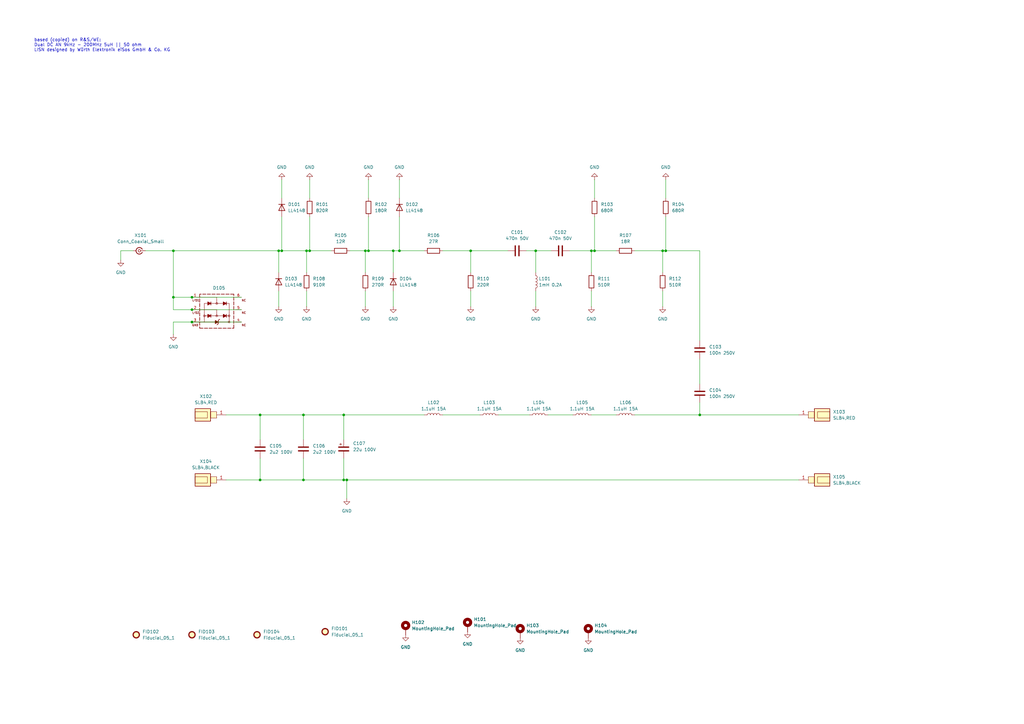
<source format=kicad_sch>
(kicad_sch (version 20231120) (generator "eeschema") (generator_version "8.0")
  (paper "A3")
  (title_block (title "LISN 5uH single channel") (date "2024-11-14") (rev "1") (company "BT") (comment 1 "BT_0002-00001"))
  (lib_symbols
    (symbol "Connector:Conn_Coaxial_Small" (pin_numbers hide) (pin_names (offset 1.016) hide)
      (property "Reference" "J" (at 0.254 3.048 0))
      (property "Value" "Conn_Coaxial_Small" (at 0 -3.81 0))
      (symbol "Conn_Coaxial_Small_0_1"
        (polyline (pts (xy -2.54 0) (xy -0.508 0)))
        (circle (center 0 0) (radius 0.508) (stroke (width 0.2032)))
      )
      (symbol "Conn_Coaxial_Small_1_1"
        (arc (start -1.1916 -0.6311) (mid 0.327 -1.3081) (end 1.3484 0.0039) (stroke (width 0.3048)))
        (arc (start 1.3484 -0.0039) (mid 0.327 1.3081) (end -1.1916 0.6311) (stroke (width 0.3048)))
        (pin passive line (at -2.54 0 0) (length 1.27) (name "In") (number "1"))
        (pin passive line (at 2.54 0 180) (length 1.27) (name "Ext") (number "2"))
      )
    )
    (symbol "Mechanical:MountingHole_Pad" (pin_numbers hide) (pin_names (offset 1.016) hide) (exclude_from_sim yes) (in_bom no)
      (property "Reference" "H" (at 0 6.35 0))
      (property "Value" "MountingHole_Pad" (at 0 4.445 0))
      (symbol "MountingHole_Pad_0_1"
        (circle (center 0 1.27) (radius 1.27) (stroke (width 1.27)))
      )
      (symbol "MountingHole_Pad_1_1"
        (pin input line (at 0 -2.54 90) (length 2.54) (name "1") (number "1"))
      )
    )
    (symbol "bt_ESD_protection:WE-TVS-SS_DFN1210-6L_824012823" (pin_names (offset 1.016))
      (property "Reference" "D" (at 0 7.62 0))
      (symbol "WE-TVS-SS_DFN1210-6L_824012823_0_0"
        (circle (center -5.08 -2.54) (radius 0.381))
        (circle (center 0 -2.54) (radius 0.381))
        (polyline (pts (xy -6.985 -7.62) (xy -5.6243 -7.62)) (stroke (width 0.254)))
        (polyline (pts (xy -6.985 -6.985) (xy -6.985 -7.62)) (stroke (width 0.254)))
        (polyline (pts (xy -6.985 -5.08) (xy -6.985 -6.4407)) (stroke (width 0.254)))
        (polyline (pts (xy -6.985 -3.175) (xy -6.985 -4.5357)) (stroke (width 0.254)))
        (polyline (pts (xy -6.985 -1.27) (xy -6.985 -2.6307)) (stroke (width 0.254)))
        (polyline (pts (xy -6.985 0.635) (xy -6.985 -0.7257)) (stroke (width 0.254)))
        (polyline (pts (xy -6.985 2.54) (xy -6.985 1.1793)) (stroke (width 0.254)))
        (polyline (pts (xy -6.985 4.445) (xy -6.985 3.0843)) (stroke (width 0.254)))
        (polyline (pts (xy -6.985 6.35) (xy -6.985 4.9893)) (stroke (width 0.254)))
        (polyline (pts (xy -6.35 6.35) (xy -6.985 6.35)) (stroke (width 0.254)))
        (polyline (pts (xy -5.08 -7.62) (xy -3.7193 -7.62)) (stroke (width 0.254)))
        (polyline (pts (xy -5.08 -5.08) (xy -7.62 -5.08)) (stroke (width 0.1524)))
        (polyline (pts (xy -5.08 -5.08) (xy -5.08 2.54)) (stroke (width 0.1524)))
        (polyline (pts (xy -5.08 -5.08) (xy 5.08 -5.08)) (stroke (width 0.1524)))
        (polyline (pts (xy -4.445 6.35) (xy -5.8057 6.35)) (stroke (width 0.254)))
        (polyline (pts (xy -3.81 -2.54) (xy -5.08 -2.54)) (stroke (width 0.1524)))
        (polyline (pts (xy -3.81 2.54) (xy -5.08 2.54)) (stroke (width 0.1524)))
        (polyline (pts (xy -3.175 -7.62) (xy -1.8143 -7.62)) (stroke (width 0.254)))
        (polyline (pts (xy -2.54 6.35) (xy -3.9007 6.35)) (stroke (width 0.254)))
        (polyline (pts (xy -2.413 -3.175) (xy -2.413 -1.905)) (stroke (width 0.254)))
        (polyline (pts (xy -2.413 1.905) (xy -2.413 2.54)) (stroke (width 0.254)))
        (polyline (pts (xy -2.413 2.54) (xy -2.413 3.175)) (stroke (width 0.254)))
        (polyline (pts (xy -1.27 -7.62) (xy 0.0907 -7.62)) (stroke (width 0.254)))
        (polyline (pts (xy -0.635 6.35) (xy -1.9957 6.35)) (stroke (width 0.254)))
        (polyline (pts (xy 0 -2.54) (xy -2.54 -2.54)) (stroke (width 0.1524)))
        (polyline (pts (xy 0 -2.54) (xy 0 0)) (stroke (width 0.1524)))
        (polyline (pts (xy 0 0) (xy -7.62 0)) (stroke (width 0.1524)))
        (polyline (pts (xy 0 2.54) (xy -2.413 2.54)) (stroke (width 0.1524)))
        (polyline (pts (xy 0 2.54) (xy 0 5.08)) (stroke (width 0.1524)))
        (polyline (pts (xy 0 5.08) (xy -7.62 5.08)) (stroke (width 0.1524)))
        (polyline (pts (xy 0.635 -7.62) (xy 1.9957 -7.62)) (stroke (width 0.254)))
        (polyline (pts (xy 0.635 -5.715) (xy 0.127 -6.223)) (stroke (width 0.254)))
        (polyline (pts (xy 0.635 -5.715) (xy 0.635 -4.445)) (stroke (width 0.254)))
        (polyline (pts (xy 0.635 -4.445) (xy 1.143 -3.937)) (stroke (width 0.254)))
        (polyline (pts (xy 1.27 6.35) (xy -0.0907 6.35)) (stroke (width 0.254)))
        (polyline (pts (xy 2.54 -7.62) (xy 3.9007 -7.62)) (stroke (width 0.254)))
        (polyline (pts (xy 2.54 -2.54) (xy 0 -2.54)) (stroke (width 0.1524)))
        (polyline (pts (xy 2.54 2.54) (xy 0 2.54)) (stroke (width 0.1524)))
        (polyline (pts (xy 3.175 6.35) (xy 1.8143 6.35)) (stroke (width 0.254)))
        (polyline (pts (xy 3.81 -2.54) (xy 5.08 -2.54)) (stroke (width 0.1524)))
        (polyline (pts (xy 3.937 -3.175) (xy 3.937 -1.905)) (stroke (width 0.254)))
        (polyline (pts (xy 3.937 1.905) (xy 3.937 2.54)) (stroke (width 0.254)))
        (polyline (pts (xy 3.937 2.54) (xy 3.937 3.175)) (stroke (width 0.254)))
        (polyline (pts (xy 3.937 2.54) (xy 5.08 2.54)) (stroke (width 0.1524)))
        (polyline (pts (xy 4.445 -7.62) (xy 5.8057 -7.62)) (stroke (width 0.254)))
        (polyline (pts (xy 5.08 -5.08) (xy 5.08 2.54)) (stroke (width 0.1524)))
        (polyline (pts (xy 5.08 6.35) (xy 3.7193 6.35)) (stroke (width 0.254)))
        (polyline (pts (xy 6.35 -7.62) (xy 6.985 -7.62)) (stroke (width 0.254)))
        (polyline (pts (xy 6.985 -7.62) (xy 6.985 -6.2593)) (stroke (width 0.254)))
        (polyline (pts (xy 6.985 -5.715) (xy 6.985 -4.3543)) (stroke (width 0.254)))
        (polyline (pts (xy 6.985 -3.81) (xy 6.985 -2.4493)) (stroke (width 0.254)))
        (polyline (pts (xy 6.985 -1.905) (xy 6.985 -0.5443)) (stroke (width 0.254)))
        (polyline (pts (xy 6.985 0) (xy 6.985 1.3607)) (stroke (width 0.254)))
        (polyline (pts (xy 6.985 1.905) (xy 6.985 3.2657)) (stroke (width 0.254)))
        (polyline (pts (xy 6.985 3.81) (xy 6.985 5.1707)) (stroke (width 0.254)))
        (polyline (pts (xy 6.985 5.715) (xy 6.985 6.35)) (stroke (width 0.254)))
        (polyline (pts (xy 6.985 6.35) (xy 5.6243 6.35)) (stroke (width 0.254)))
        (polyline (pts (xy -3.683 -3.175) (xy -2.413 -2.54) (xy -3.683 -1.905) (xy -3.683 -3.175)) (stroke (width 0.254)) (fill (type outline)))
        (polyline (pts (xy -3.683 1.905) (xy -2.413 2.54) (xy -3.683 3.175) (xy -3.683 1.905)) (stroke (width 0.254)) (fill (type outline)))
        (polyline (pts (xy -0.635 -5.715) (xy 0.635 -5.08) (xy -0.635 -4.445) (xy -0.635 -5.715)) (stroke (width 0.254)) (fill (type outline)))
        (polyline (pts (xy 2.667 -3.175) (xy 3.937 -2.54) (xy 2.667 -1.905) (xy 2.667 -3.175)) (stroke (width 0.254)) (fill (type outline)))
        (polyline (pts (xy 2.667 1.905) (xy 3.937 2.54) (xy 2.667 3.175) (xy 2.667 1.905)) (stroke (width 0.254)) (fill (type outline)))
        (circle (center 0 2.54) (radius 0.381))
        (circle (center 5.08 -5.08) (radius 0.381))
        (circle (center 5.08 -2.54) (radius 0.381))
        (text "GND" (at -10.16 -6.35 0) (effects (font (size 0.8128 0.8128)) (justify left)))
        (text "I/O1" (at -10.16 3.81 0) (effects (font (size 0.8128 0.8128)) (justify left)))
        (text "I/O2" (at -10.16 -1.27 0) (effects (font (size 0.8128 0.8128)) (justify left)))
        (text "NC" (at 10.16 -6.35 0) (effects (font (size 0.8128 0.8128)) (justify left)))
        (text "NC" (at 10.16 -1.27 0) (effects (font (size 0.8128 0.8128)) (justify left)))
        (text "NC" (at 10.16 3.81 0) (effects (font (size 0.8128 0.8128)) (justify left)))
        (pin passive line (at -10.16 5.08 0) (length 2.54) (name "~") (number "1"))
        (pin passive line (at -10.16 0 0) (length 2.54) (name "~") (number "2"))
        (pin passive line (at -10.16 -5.08 0) (length 2.54) (name "~") (number "3"))
        (pin passive line (at 10.16 -5.08 180) (length 2.54) (name "~") (number "4"))
        (pin passive line (at 10.16 0 180) (length 2.54) (name "~") (number "5"))
        (pin passive line (at 10.16 5.08 180) (length 2.54) (name "~") (number "6"))
      )
    )
    (symbol "bt_Inductors:L;1.1uH;15A;3m;S;7050" (pin_numbers hide) (pin_names (offset 1.016) hide)
      (property "Reference" "L" (at -1.27 0 90))
      (property "Value" "1.1uH 15A" (at 1.905 0 90))
      (symbol "L;1.1uH;15A;3m;S;7050_0_1"
        (arc (start 0 -2.54) (mid 0.6323 -1.905) (end 0 -1.27))
        (arc (start 0 -1.27) (mid 0.6323 -0.635) (end 0 0))
        (arc (start 0 0) (mid 0.6323 0.635) (end 0 1.27))
        (arc (start 0 1.27) (mid 0.6323 1.905) (end 0 2.54))
      )
      (symbol "L;1.1uH;15A;3m;S;7050_1_1"
        (pin passive line (at 0 3.81 270) (length 1.27) (name "1") (number "1"))
        (pin passive line (at 0 -3.81 90) (length 1.27) (name "2") (number "2"))
      )
    )
    (symbol "bt_Inductors:L;1mH;0.2A;6;S;5040" (pin_numbers hide) (pin_names (offset 1.016) hide)
      (property "Reference" "L" (at -1.27 0 90))
      (property "Value" "1mH 0.2A" (at 1.905 0 90))
      (symbol "L;1mH;0.2A;6;S;5040_0_1"
        (arc (start 0 -2.54) (mid 0.6323 -1.905) (end 0 -1.27))
        (arc (start 0 -1.27) (mid 0.6323 -0.635) (end 0 0))
        (arc (start 0 0) (mid 0.6323 0.635) (end 0 1.27))
        (arc (start 0 1.27) (mid 0.6323 1.905) (end 0 2.54))
      )
      (symbol "L;1mH;0.2A;6;S;5040_1_1"
        (pin passive line (at 0 3.81 270) (length 1.27) (name "1") (number "1"))
        (pin passive line (at 0 -3.81 90) (length 1.27) (name "2") (number "2"))
      )
    )
    (symbol "bt_capacitor:C;E;22u;10p;100V;S;8x10.5" (pin_numbers hide) (pin_names (offset 0.254))
      (property "Reference" "C" (at 0.635 2.54 0))
      (property "Value" "22u 100V" (at 4.635 -2.54 0))
      (symbol "C;E;22u;10p;100V;S;8x10.5_0_1"
        (polyline (pts (xy -2.032 -0.762) (xy 2.032 -0.762)) (stroke (width 0.508)))
        (polyline (pts (xy -2.032 0.762) (xy 2.032 0.762)) (stroke (width 0.508)))
      )
      (symbol "C;E;22u;10p;100V;S;8x10.5_1_1"
        (text "+" (at -1.27 2.032 0) (effects (font (size 1.27 1.27))))
        (pin passive line (at 0 3.81 270) (length 2.794) (name "~") (number "1"))
        (pin passive line (at 0 -3.81 90) (length 2.794) (name "~") (number "2"))
      )
    )
    (symbol "bt_capacitor:C;M;100n;10p;250V;S;1206" (pin_numbers hide) (pin_names (offset 0.254))
      (property "Reference" "C" (at 0.635 2.54 0))
      (property "Value" "100n 250V" (at 4.635 -2.54 0))
      (symbol "C;M;100n;10p;250V;S;1206_0_1"
        (polyline (pts (xy -2.032 -0.762) (xy 2.032 -0.762)) (stroke (width 0.508)))
        (polyline (pts (xy -2.032 0.762) (xy 2.032 0.762)) (stroke (width 0.508)))
      )
      (symbol "C;M;100n;10p;250V;S;1206_1_1"
        (pin passive line (at 0 3.81 270) (length 2.794) (name "~") (number "1"))
        (pin passive line (at 0 -3.81 90) (length 2.794) (name "~") (number "2"))
      )
    )
    (symbol "bt_capacitor:C;M;2u2;10p;100V;S;1210" (pin_numbers hide) (pin_names (offset 0.254))
      (property "Reference" "C" (at 0.635 2.54 0))
      (property "Value" "2u2 100V" (at 4.635 -2.54 0))
      (symbol "C;M;2u2;10p;100V;S;1210_0_1"
        (polyline (pts (xy -2.032 -0.762) (xy 2.032 -0.762)) (stroke (width 0.508)))
        (polyline (pts (xy -2.032 0.762) (xy 2.032 0.762)) (stroke (width 0.508)))
      )
      (symbol "C;M;2u2;10p;100V;S;1210_1_1"
        (pin passive line (at 0 3.81 270) (length 2.794) (name "~") (number "1"))
        (pin passive line (at 0 -3.81 90) (length 2.794) (name "~") (number "2"))
      )
    )
    (symbol "bt_capacitor:C;M;470n;10p;50V;S;0805" (pin_numbers hide) (pin_names (offset 0.254))
      (property "Reference" "C" (at 0.635 2.54 0))
      (property "Value" "470n 50V" (at 4.635 -2.54 0))
      (symbol "C;M;470n;10p;50V;S;0805_0_1"
        (polyline (pts (xy -2.032 -0.762) (xy 2.032 -0.762)) (stroke (width 0.508)))
        (polyline (pts (xy -2.032 0.762) (xy 2.032 0.762)) (stroke (width 0.508)))
      )
      (symbol "C;M;470n;10p;50V;S;0805_1_1"
        (pin passive line (at 0 3.81 270) (length 2.794) (name "~") (number "1"))
        (pin passive line (at 0 -3.81 90) (length 2.794) (name "~") (number "2"))
      )
    )
    (symbol "bt_connector:M;SLB4;01;B;6x6" (pin_names (offset 1.016) hide)
      (property "Reference" "X" (at 0.254 3.556 0))
      (property "Value" "SLB4,BLACK" (at 0 -5.08 0))
      (symbol "M;SLB4;01;B;6x6_1_1"
        (rectangle (start -2.54 1.27) (end 0 -1.27) (stroke (width 0.1524)) (fill (type background)))
        (rectangle (start 0 2.54) (end 6.35 -2.54) (stroke (width 0.254)) (fill (type background)))
        (rectangle (start 1.27 1.27) (end 6.35 -1.27) (stroke (width 0.1524)))
        (pin passive line (at -6.35 0 0) (length 3.81) (name "Pin_1") (number "1"))
      )
    )
    (symbol "bt_connector:M;SLB4;01;R;6x6" (pin_names (offset 1.016) hide)
      (property "Reference" "X" (at 0.508 3.556 0))
      (property "Value" "SLB4,RED" (at 0 -5.08 0))
      (symbol "M;SLB4;01;R;6x6_1_1"
        (rectangle (start -2.54 1.27) (end 0 -1.27) (stroke (width 0.1524)) (fill (type background)))
        (rectangle (start 0 2.54) (end 6.35 -2.54) (stroke (width 0.254)) (fill (type background)))
        (rectangle (start 1.27 1.27) (end 6.35 -1.27) (stroke (width 0.1524)))
        (pin passive line (at -6.35 0 0) (length 3.81) (name "Pin_1") (number "1"))
      )
    )
    (symbol "bt_diodes:LL4148" (pin_numbers hide) (pin_names hide)
      (property "Reference" "D" (at 0 2.54 0))
      (property "Value" "LL4148" (at 0 -2.54 0))
      (symbol "LL4148_0_1"
        (polyline (pts (xy -1.27 1.27) (xy -1.27 -1.27)) (stroke (width 0.254)))
        (polyline (pts (xy 1.27 0) (xy -1.27 0)))
        (polyline (pts (xy 1.27 1.27) (xy 1.27 -1.27) (xy -1.27 0) (xy 1.27 1.27)) (stroke (width 0.254)))
      )
      (symbol "LL4148_1_1"
        (pin passive line (at -3.81 0 0) (length 2.54) (name "K") (number "1"))
        (pin passive line (at 3.81 0 180) (length 2.54) (name "A") (number "2"))
      )
    )
    (symbol "bt_misc:Fiducial_0.5mm_Mask1mm" (exclude_from_sim yes) (in_bom no)
      (property "Reference" "FID" (at 0 5.08 0))
      (property "Value" "Fiducial_05_1" (at 0 3.175 0))
      (symbol "Fiducial_0.5mm_Mask1mm_0_1"
        (circle (center 0 0) (radius 1.27) (stroke (width 0.508)) (fill (type background)))
      )
    )
    (symbol "bt_resistors:R;G;12R;10P0;S;0603" (pin_numbers hide) (pin_names (offset 0))
      (property "Reference" "R" (at 2.032 0 90))
      (property "Value" "12R" (at 0 0 90))
      (symbol "R;G;12R;10P0;S;0603_0_1"
        (rectangle (start -1.016 -2.54) (end 1.016 2.54) (stroke (width 0.254)))
      )
      (symbol "R;G;12R;10P0;S;0603_1_1"
        (pin passive line (at 0 3.81 270) (length 1.27) (name "~") (number "1"))
        (pin passive line (at 0 -3.81 90) (length 1.27) (name "~") (number "2"))
      )
    )
    (symbol "bt_resistors:R;G;180R;10P0;S;0603" (pin_numbers hide) (pin_names (offset 0))
      (property "Reference" "R" (at 2.032 0 90))
      (property "Value" "180R" (at 0 0 90))
      (symbol "R;G;180R;10P0;S;0603_0_1"
        (rectangle (start -1.016 -2.54) (end 1.016 2.54) (stroke (width 0.254)))
      )
      (symbol "R;G;180R;10P0;S;0603_1_1"
        (pin passive line (at 0 3.81 270) (length 1.27) (name "~") (number "1"))
        (pin passive line (at 0 -3.81 90) (length 1.27) (name "~") (number "2"))
      )
    )
    (symbol "bt_resistors:R;G;18R;10P0;S;0603" (pin_numbers hide) (pin_names (offset 0))
      (property "Reference" "R" (at 2.032 0 90))
      (property "Value" "18R" (at 0 0 90))
      (symbol "R;G;18R;10P0;S;0603_0_1"
        (rectangle (start -1.016 -2.54) (end 1.016 2.54) (stroke (width 0.254)))
      )
      (symbol "R;G;18R;10P0;S;0603_1_1"
        (pin passive line (at 0 3.81 270) (length 1.27) (name "~") (number "1"))
        (pin passive line (at 0 -3.81 90) (length 1.27) (name "~") (number "2"))
      )
    )
    (symbol "bt_resistors:R;G;220R;10P0;S;0603" (pin_numbers hide) (pin_names (offset 0))
      (property "Reference" "R" (at 2.032 0 90))
      (property "Value" "220R" (at 0 0 90))
      (symbol "R;G;220R;10P0;S;0603_0_1"
        (rectangle (start -1.016 -2.54) (end 1.016 2.54) (stroke (width 0.254)))
      )
      (symbol "R;G;220R;10P0;S;0603_1_1"
        (pin passive line (at 0 3.81 270) (length 1.27) (name "~") (number "1"))
        (pin passive line (at 0 -3.81 90) (length 1.27) (name "~") (number "2"))
      )
    )
    (symbol "bt_resistors:R;G;270R;10P0;S;0603" (pin_numbers hide) (pin_names (offset 0))
      (property "Reference" "R" (at 2.032 0 90))
      (property "Value" "270R" (at 0 0 90))
      (symbol "R;G;270R;10P0;S;0603_0_1"
        (rectangle (start -1.016 -2.54) (end 1.016 2.54) (stroke (width 0.254)))
      )
      (symbol "R;G;270R;10P0;S;0603_1_1"
        (pin passive line (at 0 3.81 270) (length 1.27) (name "~") (number "1"))
        (pin passive line (at 0 -3.81 90) (length 1.27) (name "~") (number "2"))
      )
    )
    (symbol "bt_resistors:R;G;27R;10P0;S;0603" (pin_numbers hide) (pin_names (offset 0))
      (property "Reference" "R" (at 2.032 0 90))
      (property "Value" "27R" (at 0 0 90))
      (symbol "R;G;27R;10P0;S;0603_0_1"
        (rectangle (start -1.016 -2.54) (end 1.016 2.54) (stroke (width 0.254)))
      )
      (symbol "R;G;27R;10P0;S;0603_1_1"
        (pin passive line (at 0 3.81 270) (length 1.27) (name "~") (number "1"))
        (pin passive line (at 0 -3.81 90) (length 1.27) (name "~") (number "2"))
      )
    )
    (symbol "bt_resistors:R;G;510R;10P0;S;0603" (pin_numbers hide) (pin_names (offset 0))
      (property "Reference" "R" (at 2.032 0 90))
      (property "Value" "510R" (at 0 0 90))
      (symbol "R;G;510R;10P0;S;0603_0_1"
        (rectangle (start -1.016 -2.54) (end 1.016 2.54) (stroke (width 0.254)))
      )
      (symbol "R;G;510R;10P0;S;0603_1_1"
        (pin passive line (at 0 3.81 270) (length 1.27) (name "~") (number "1"))
        (pin passive line (at 0 -3.81 90) (length 1.27) (name "~") (number "2"))
      )
    )
    (symbol "bt_resistors:R;G;680R;10P0;S;0603" (pin_numbers hide) (pin_names (offset 0))
      (property "Reference" "R" (at 2.032 0 90))
      (property "Value" "680R" (at 0 0 90))
      (symbol "R;G;680R;10P0;S;0603_0_1"
        (rectangle (start -1.016 -2.54) (end 1.016 2.54) (stroke (width 0.254)))
      )
      (symbol "R;G;680R;10P0;S;0603_1_1"
        (pin passive line (at 0 3.81 270) (length 1.27) (name "~") (number "1"))
        (pin passive line (at 0 -3.81 90) (length 1.27) (name "~") (number "2"))
      )
    )
    (symbol "bt_resistors:R;G;820R;10P0;S;0603" (pin_numbers hide) (pin_names (offset 0))
      (property "Reference" "R" (at 2.032 0 90))
      (property "Value" "820R" (at 0 0 90))
      (symbol "R;G;820R;10P0;S;0603_0_1"
        (rectangle (start -1.016 -2.54) (end 1.016 2.54) (stroke (width 0.254)))
      )
      (symbol "R;G;820R;10P0;S;0603_1_1"
        (pin passive line (at 0 3.81 270) (length 1.27) (name "~") (number "1"))
        (pin passive line (at 0 -3.81 90) (length 1.27) (name "~") (number "2"))
      )
    )
    (symbol "bt_resistors:R;G;910R;10P0;S;0603" (pin_numbers hide) (pin_names (offset 0))
      (property "Reference" "R" (at 2.032 0 90))
      (property "Value" "910R" (at 0 0 90))
      (symbol "R;G;910R;10P0;S;0603_0_1"
        (rectangle (start -1.016 -2.54) (end 1.016 2.54) (stroke (width 0.254)))
      )
      (symbol "R;G;910R;10P0;S;0603_1_1"
        (pin passive line (at 0 3.81 270) (length 1.27) (name "~") (number "1"))
        (pin passive line (at 0 -3.81 90) (length 1.27) (name "~") (number "2"))
      )
    )
    (symbol "power:GND" (power) (pin_numbers hide) (pin_names (offset 0) hide)
      (property "Value" "GND" (at 0 -3.81 0))
      (symbol "GND_0_1"
        (polyline (pts (xy 0 0) (xy 0 -1.27) (xy 1.27 -1.27) (xy 0 -2.54) (xy -1.27 -1.27) (xy 0 -1.27)))
      )
      (symbol "GND_1_1"
        (pin power_in line (at 0 0 270) (length 0) (name "~") (number "1"))
      )
    )
  )
  (junction (at 140.97 170.18))
  (junction (at 273.05 102.87))
  (junction (at 114.3 102.87))
  (junction (at 124.46 196.85))
  (junction (at 142.24 196.85))
  (junction (at 78.74 127))
  (junction (at 140.97 196.85))
  (junction (at 242.57 102.87))
  (junction (at 163.83 102.87))
  (junction (at 151.13 102.87))
  (junction (at 106.68 196.85))
  (junction (at 124.46 170.18))
  (junction (at 193.04 102.87))
  (junction (at 161.29 102.87))
  (junction (at 243.84 102.87))
  (junction (at 149.86 102.87))
  (junction (at 115.57 102.87))
  (junction (at 71.12 102.87))
  (junction (at 219.71 102.87))
  (junction (at 127 102.87))
  (junction (at 71.12 121.92))
  (junction (at 287.02 170.18))
  (junction (at 125.73 102.87))
  (junction (at 106.68 170.18))
  (junction (at 271.78 102.87))
  (junction (at 78.74 121.92))
  (junction (at 78.74 132.08))
  (wire (pts (xy 242.57 170.18) (xy 252.73 170.18)))
  (wire (pts (xy 127 73.66) (xy 127 81.28)))
  (wire (pts (xy 181.61 102.87) (xy 193.04 102.87)))
  (wire (pts (xy 260.35 170.18) (xy 287.02 170.18)))
  (wire (pts (xy 71.12 102.87) (xy 114.3 102.87)))
  (wire (pts (xy 161.29 125.73) (xy 161.29 119.38)))
  (wire (pts (xy 140.97 187.96) (xy 140.97 196.85)))
  (wire (pts (xy 71.12 132.08) (xy 71.12 137.16)))
  (wire (pts (xy 161.29 102.87) (xy 163.83 102.87)))
  (wire (pts (xy 273.05 102.87) (xy 287.02 102.87)))
  (wire (pts (xy 142.24 196.85) (xy 327.66 196.85)))
  (wire (pts (xy 149.86 102.87) (xy 149.86 111.76)))
  (wire (pts (xy 49.53 102.87) (xy 49.53 106.68)))
  (wire (pts (xy 125.73 102.87) (xy 125.73 111.76)))
  (wire (pts (xy 114.3 119.38) (xy 114.3 125.73)))
  (wire (pts (xy 271.78 102.87) (xy 271.78 111.76)))
  (wire (pts (xy 140.97 170.18) (xy 173.99 170.18)))
  (wire (pts (xy 124.46 170.18) (xy 140.97 170.18)))
  (wire (pts (xy 149.86 102.87) (xy 151.13 102.87)))
  (wire (pts (xy 59.69 102.87) (xy 71.12 102.87)))
  (wire (pts (xy 260.35 102.87) (xy 271.78 102.87)))
  (wire (pts (xy 143.51 102.87) (xy 149.86 102.87)))
  (wire (pts (xy 125.73 119.38) (xy 125.73 125.73)))
  (wire (pts (xy 287.02 170.18) (xy 327.66 170.18)))
  (wire (pts (xy 71.12 121.92) (xy 78.74 121.92)))
  (wire (pts (xy 215.9 102.87) (xy 219.71 102.87)))
  (wire (pts (xy 242.57 102.87) (xy 243.84 102.87)))
  (wire (pts (xy 163.83 88.9) (xy 163.83 102.87)))
  (wire (pts (xy 271.78 119.38) (xy 271.78 125.73)))
  (wire (pts (xy 115.57 73.66) (xy 115.57 81.28)))
  (wire (pts (xy 78.74 132.08) (xy 99.06 132.08)))
  (wire (pts (xy 151.13 88.9) (xy 151.13 102.87)))
  (wire (pts (xy 243.84 102.87) (xy 252.73 102.87)))
  (wire (pts (xy 78.74 132.08) (xy 71.12 132.08)))
  (wire (pts (xy 149.86 119.38) (xy 149.86 125.73)))
  (wire (pts (xy 219.71 102.87) (xy 226.06 102.87)))
  (wire (pts (xy 124.46 170.18) (xy 124.46 180.34)))
  (wire (pts (xy 125.73 102.87) (xy 127 102.87)))
  (wire (pts (xy 151.13 73.66) (xy 151.13 81.28)))
  (wire (pts (xy 219.71 119.38) (xy 219.71 125.73)))
  (wire (pts (xy 115.57 102.87) (xy 125.73 102.87)))
  (wire (pts (xy 151.13 102.87) (xy 161.29 102.87)))
  (wire (pts (xy 78.74 121.92) (xy 99.06 121.92)))
  (wire (pts (xy 142.24 196.85) (xy 142.24 204.47)))
  (wire (pts (xy 92.71 196.85) (xy 106.68 196.85)))
  (wire (pts (xy 163.83 102.87) (xy 173.99 102.87)))
  (wire (pts (xy 106.68 170.18) (xy 106.68 180.34)))
  (wire (pts (xy 106.68 196.85) (xy 124.46 196.85)))
  (wire (pts (xy 243.84 88.9) (xy 243.84 102.87)))
  (wire (pts (xy 163.83 73.66) (xy 163.83 81.28)))
  (wire (pts (xy 242.57 119.38) (xy 242.57 125.73)))
  (wire (pts (xy 114.3 102.87) (xy 114.3 111.76)))
  (wire (pts (xy 124.46 187.96) (xy 124.46 196.85)))
  (wire (pts (xy 204.47 170.18) (xy 217.17 170.18)))
  (wire (pts (xy 106.68 170.18) (xy 124.46 170.18)))
  (wire (pts (xy 106.68 187.96) (xy 106.68 196.85)))
  (wire (pts (xy 287.02 147.32) (xy 287.02 157.48)))
  (wire (pts (xy 71.12 121.92) (xy 71.12 127)))
  (wire (pts (xy 224.79 170.18) (xy 234.95 170.18)))
  (wire (pts (xy 273.05 73.66) (xy 273.05 81.28)))
  (wire (pts (xy 181.61 170.18) (xy 196.85 170.18)))
  (wire (pts (xy 71.12 102.87) (xy 71.12 121.92)))
  (wire (pts (xy 161.29 111.76) (xy 161.29 102.87)))
  (wire (pts (xy 140.97 196.85) (xy 142.24 196.85)))
  (wire (pts (xy 193.04 119.38) (xy 193.04 125.73)))
  (wire (pts (xy 193.04 102.87) (xy 193.04 111.76)))
  (wire (pts (xy 219.71 102.87) (xy 219.71 111.76)))
  (wire (pts (xy 140.97 170.18) (xy 140.97 180.34)))
  (wire (pts (xy 287.02 102.87) (xy 287.02 139.7)))
  (wire (pts (xy 271.78 102.87) (xy 273.05 102.87)))
  (wire (pts (xy 233.68 102.87) (xy 242.57 102.87)))
  (wire (pts (xy 124.46 196.85) (xy 140.97 196.85)))
  (wire (pts (xy 287.02 165.1) (xy 287.02 170.18)))
  (wire (pts (xy 78.74 127) (xy 99.06 127)))
  (wire (pts (xy 127 102.87) (xy 135.89 102.87)))
  (wire (pts (xy 71.12 127) (xy 78.74 127)))
  (wire (pts (xy 127 88.9) (xy 127 102.87)))
  (wire (pts (xy 54.61 102.87) (xy 49.53 102.87)))
  (wire (pts (xy 243.84 73.66) (xy 243.84 81.28)))
  (wire (pts (xy 114.3 102.87) (xy 115.57 102.87)))
  (wire (pts (xy 273.05 88.9) (xy 273.05 102.87)))
  (wire (pts (xy 242.57 102.87) (xy 242.57 111.76)))
  (wire (pts (xy 193.04 102.87) (xy 208.28 102.87)))
  (wire (pts (xy 92.71 170.18) (xy 106.68 170.18)))
  (wire (pts (xy 115.57 88.9) (xy 115.57 102.87)))
  (text "based (copied) on R&S/WE:\nDual DC AN 9kHz - 200MHz 5uH || 50 ohm\nLISN designed by Würth Elektronik eiSos GmbH & Co. KG" (at 13.97 18.542 0) (effects (font (size 1.27 1.27)) (justify left)))
  (symbol (lib_id "power:GND") (at 271.78 125.73 0) (unit 1)
    (property "Reference" "#PWR0115" (effects (hide yes)))
    (property "Value" "GND" (at 271.78 130.81 0))
    (property "Description" "Power symbol creates a global label with name \"GND\" , ground" (effects (hide yes)))
  )
  (symbol (lib_id "power:GND") (at 71.12 137.16 0) (unit 1)
    (property "Reference" "#PWR0117" (effects (hide yes)))
    (property "Value" "GND" (at 71.12 142.24 0))
    (property "Description" "Power symbol creates a global label with name \"GND\" , ground" (effects (hide yes)))
  )
  (symbol (lib_id "bt_Inductors:L;1.1uH;15A;3m;S;7050") (at 256.54 170.18 90) (unit 1)
    (property "Reference" "L106" (at 256.54 165.1 90))
    (property "Value" "1.1uH 15A" (at 256.54 167.64 90))
    (property "Footprint" "Inductor_SMD:L_Wuerth_HCI-7050" (effects (hide yes)))
    (property "Datasheet" "https://www.we-online.com/components/products/datasheet/744314110.pdf" (effects (hide yes)))
    (property "Description" "Inductor 1.1uH 15A 3m" (effects (hide yes)))
    (property "CPN" "BT00202-00001" (effects (hide yes)))
    (property "MPN" "WE 744314110" (effects (hide yes)))
    (property "SMD" "y" (effects (hide yes)))
  )
  (symbol (lib_id "bt_diodes:LL4148") (at 115.57 85.09 270) (unit 1)
    (property "Reference" "D101" (at 118.11 83.8199 90) (effects (justify left)))
    (property "Value" "LL4148" (at 118.11 86.3599 90) (effects (justify left)))
    (property "Footprint" "Diode_SMD:D_MiniMELF" (effects (hide yes)))
    (property "Datasheet" "http://www.vishay.com/docs/85557/ll4148.pdf" (effects (hide yes)))
    (property "Description" "100V 0.15A standard switching diode, MiniMELF" (effects (hide yes)))
    (property "Sim.Device" "D" (effects (hide yes)))
    (property "Sim.Pins" "1=K 2=A" (effects (hide yes)))
    (property "MPN" "LL4148" (effects (hide yes)))
    (property "CPN" "BT00020-00001" (effects (hide yes)))
    (property "SMD" "y" (effects (hide yes)))
  )
  (symbol (lib_id "bt_ESD_protection:WE-TVS-SS_DFN1210-6L_824012823") (at 88.9 127 0) (unit 1)
    (property "Reference" "D105" (at 89.8032 118.11 0))
    (property "Value" "3.3Vdc" (effects (hide yes)))
    (property "Footprint" "bt_footprints:WE-TVS_DFN1210-6L" (effects (hide yes)))
    (property "Datasheet" "https://www.we-online.com/catalog/datasheet/824012823.pdf" (effects (hide yes)))
    (property "Description" "TVS 3v3" (effects (hide yes)))
    (property "C-CH" "0.18pF" (effects (hide yes)))
    (property "IPEAK" "3A" (effects (hide yes)))
    (property "MOUNT" "SMT" (effects (hide yes)))
    (property "CHANNELS" "2" (effects (hide yes)))
    (property "VBR" "4.5V" (effects (hide yes)))
    (property "MPN" "824012823" (effects (hide yes)))
    (property "CPN" "BT09003-00001" (effects (hide yes)))
  )
  (symbol (lib_id "power:GND") (at 243.84 73.66 180) (unit 1)
    (property "Reference" "#PWR0105" (effects (hide yes)))
    (property "Value" "GND" (at 243.84 68.58 0))
    (property "Description" "Power symbol creates a global label with name \"GND\" , ground" (effects (hide yes)))
  )
  (symbol (lib_id "Mechanical:MountingHole_Pad") (at 213.36 259.08 0) (unit 1) (exclude_from_sim yes) (in_bom no)
    (property "Reference" "H103" (at 215.9 256.5399 0) (effects (justify left)))
    (property "Value" "MountingHole_Pad" (at 215.9 259.0799 0) (effects (justify left)))
    (property "Footprint" "MountingHole:MountingHole_3.2mm_M3_DIN965_Pad_TopBottom" (effects (hide yes)))
    (property "Description" "Mounting Hole with connection" (effects (hide yes)))
  )
  (symbol (lib_id "bt_capacitor:C;M;100n;10p;250V;S;1206") (at 287.02 161.29 0) (unit 1)
    (property "Reference" "C104" (at 290.83 160.0199 0) (effects (justify left)))
    (property "Value" "100n 250V" (at 290.83 162.5599 0) (effects (justify left)))
    (property "Footprint" "Capacitor_SMD:C_1206_3216Metric" (effects (hide yes)))
    (property "Description" "Capacitor" (effects (hide yes)))
    (property "MPN" "885342208004" (effects (hide yes)))
    (property "CPN" "BT00018-091000" (effects (hide yes)))
  )
  (symbol (lib_id "bt_resistors:R;G;270R;10P0;S;0603") (at 149.86 115.57 0) (unit 1)
    (property "Reference" "R109" (at 152.4 114.2999 0) (effects (justify left)))
    (property "Value" "270R" (at 152.4 116.8399 0) (effects (justify left)))
    (property "Footprint" "Resistor_SMD:R_0603_1608Metric" (effects (hide yes)))
    (property "Description" "Resistor" (effects (hide yes)))
    (property "MPN" "R;G;T1;S;P0603;NA" (effects (hide yes)))
    (property "CPN" "BT00002-02700" (effects (hide yes)))
  )
  (symbol (lib_id "power:GND") (at 127 73.66 180) (unit 1)
    (property "Reference" "#PWR0102" (effects (hide yes)))
    (property "Value" "GND" (at 127 68.58 0))
    (property "Description" "Power symbol creates a global label with name \"GND\" , ground" (effects (hide yes)))
  )
  (symbol (lib_id "power:GND") (at 114.3 125.73 0) (unit 1)
    (property "Reference" "#PWR0108" (effects (hide yes)))
    (property "Value" "GND" (at 114.3 130.81 0))
    (property "Description" "Power symbol creates a global label with name \"GND\" , ground" (effects (hide yes)))
  )
  (symbol (lib_id "bt_diodes:LL4148") (at 161.29 115.57 270) (unit 1)
    (property "Reference" "D104" (at 163.83 114.2999 90) (effects (justify left)))
    (property "Value" "LL4148" (at 163.83 116.8399 90) (effects (justify left)))
    (property "Footprint" "Diode_SMD:D_MiniMELF" (effects (hide yes)))
    (property "Datasheet" "http://www.vishay.com/docs/85557/ll4148.pdf" (effects (hide yes)))
    (property "Description" "100V 0.15A standard switching diode, MiniMELF" (effects (hide yes)))
    (property "Sim.Device" "D" (effects (hide yes)))
    (property "Sim.Pins" "1=K 2=A" (effects (hide yes)))
    (property "MPN" "LL4148" (effects (hide yes)))
    (property "CPN" "BT00020-00001" (effects (hide yes)))
    (property "SMD" "y" (effects (hide yes)))
  )
  (symbol (lib_id "power:GND") (at 125.73 125.73 0) (unit 1)
    (property "Reference" "#PWR0109" (effects (hide yes)))
    (property "Value" "GND" (at 125.73 130.81 0))
    (property "Description" "Power symbol creates a global label with name \"GND\" , ground" (effects (hide yes)))
  )
  (symbol (lib_id "power:GND") (at 273.05 73.66 180) (unit 1)
    (property "Reference" "#PWR0106" (effects (hide yes)))
    (property "Value" "GND" (at 273.05 68.58 0))
    (property "Description" "Power symbol creates a global label with name \"GND\" , ground" (effects (hide yes)))
  )
  (symbol (lib_id "bt_Inductors:L;1.1uH;15A;3m;S;7050") (at 238.76 170.18 90) (unit 1)
    (property "Reference" "L105" (at 238.76 165.1 90))
    (property "Value" "1.1uH 15A" (at 238.76 167.64 90))
    (property "Footprint" "Inductor_SMD:L_Wuerth_HCI-7050" (effects (hide yes)))
    (property "Datasheet" "https://www.we-online.com/components/products/datasheet/744314110.pdf" (effects (hide yes)))
    (property "Description" "Inductor 1.1uH 15A 3m" (effects (hide yes)))
    (property "CPN" "BT00202-00001" (effects (hide yes)))
    (property "MPN" "WE 744314110" (effects (hide yes)))
    (property "SMD" "y" (effects (hide yes)))
  )
  (symbol (lib_id "power:GND") (at 193.04 125.73 0) (unit 1)
    (property "Reference" "#PWR0112" (effects (hide yes)))
    (property "Value" "GND" (at 193.04 130.81 0))
    (property "Description" "Power symbol creates a global label with name \"GND\" , ground" (effects (hide yes)))
  )
  (symbol (lib_id "bt_resistors:R;G;18R;10P0;S;0603") (at 256.54 102.87 90) (unit 1)
    (property "Reference" "R107" (at 256.54 96.52 90))
    (property "Value" "18R" (at 256.54 99.06 90))
    (property "Footprint" "Resistor_SMD:R_0603_1608Metric" (effects (hide yes)))
    (property "Description" "Resistor" (effects (hide yes)))
    (property "MPN" "R;G;T1;S;P0603;NA" (effects (hide yes)))
    (property "CPN" "BT00002-00180" (effects (hide yes)))
  )
  (symbol (lib_id "power:GND") (at 191.77 259.08 0) (unit 1)
    (property "Reference" "#PWR0119" (effects (hide yes)))
    (property "Value" "GND" (at 191.77 264.16 0))
    (property "Description" "Power symbol creates a global label with name \"GND\" , ground" (effects (hide yes)))
  )
  (symbol (lib_id "power:GND") (at 115.57 73.66 180) (unit 1)
    (property "Reference" "#PWR0101" (effects (hide yes)))
    (property "Value" "GND" (at 115.57 68.58 0))
    (property "Description" "Power symbol creates a global label with name \"GND\" , ground" (effects (hide yes)))
  )
  (symbol (lib_id "power:GND") (at 219.71 125.73 0) (unit 1)
    (property "Reference" "#PWR0113" (effects (hide yes)))
    (property "Value" "GND" (at 219.71 130.81 0))
    (property "Description" "Power symbol creates a global label with name \"GND\" , ground" (effects (hide yes)))
  )
  (symbol (lib_id "bt_diodes:LL4148") (at 163.83 85.09 270) (unit 1)
    (property "Reference" "D102" (at 166.37 83.8199 90) (effects (justify left)))
    (property "Value" "LL4148" (at 166.37 86.3599 90) (effects (justify left)))
    (property "Footprint" "Diode_SMD:D_MiniMELF" (effects (hide yes)))
    (property "Datasheet" "http://www.vishay.com/docs/85557/ll4148.pdf" (effects (hide yes)))
    (property "Description" "100V 0.15A standard switching diode, MiniMELF" (effects (hide yes)))
    (property "Sim.Device" "D" (effects (hide yes)))
    (property "Sim.Pins" "1=K 2=A" (effects (hide yes)))
    (property "MPN" "LL4148" (effects (hide yes)))
    (property "CPN" "BT00020-00001" (effects (hide yes)))
    (property "SMD" "y" (effects (hide yes)))
  )
  (symbol (lib_id "Mechanical:MountingHole_Pad") (at 241.3 259.08 0) (unit 1) (exclude_from_sim yes) (in_bom no)
    (property "Reference" "H104" (at 243.84 256.5399 0) (effects (justify left)))
    (property "Value" "MountingHole_Pad" (at 243.84 259.0799 0) (effects (justify left)))
    (property "Footprint" "MountingHole:MountingHole_3.2mm_M3_DIN965_Pad_TopBottom" (effects (hide yes)))
    (property "Description" "Mounting Hole with connection" (effects (hide yes)))
  )
  (symbol (lib_id "bt_connector:M;SLB4;01;R;6x6") (at 334.01 170.18 0) (unit 1)
    (property "Reference" "X103" (at 341.63 168.9099 0) (effects (justify left)))
    (property "Value" "SLB4,RED" (at 341.63 171.4499 0) (effects (justify left)))
    (property "Footprint" "bt_footprints:SLB4_6x6mm" (effects (hide yes)))
    (property "Description" "SLB4 Red SMD" (effects (hide yes)))
    (property "CPN" "BT10008-00001" (effects (hide yes)))
    (property "MPN" "SLB4 Red" (effects (hide yes)))
    (property "SMT" "y" (effects (hide yes)))
  )
  (symbol (lib_id "power:GND") (at 166.37 260.35 0) (unit 1)
    (property "Reference" "#PWR0118" (effects (hide yes)))
    (property "Value" "GND" (at 166.37 265.43 0))
    (property "Description" "Power symbol creates a global label with name \"GND\" , ground" (effects (hide yes)))
  )
  (symbol (lib_id "bt_Inductors:L;1.1uH;15A;3m;S;7050") (at 177.8 170.18 90) (unit 1)
    (property "Reference" "L102" (at 177.8 165.1 90))
    (property "Value" "1.1uH 15A" (at 177.8 167.64 90))
    (property "Footprint" "Inductor_SMD:L_Wuerth_HCI-7050" (effects (hide yes)))
    (property "Datasheet" "https://www.we-online.com/components/products/datasheet/744314110.pdf" (effects (hide yes)))
    (property "Description" "Inductor 1.1uH 15A 3m" (effects (hide yes)))
    (property "CPN" "BT00202-00001" (effects (hide yes)))
    (property "MPN" "WE 744314110" (effects (hide yes)))
    (property "SMD" "y" (effects (hide yes)))
  )
  (symbol (lib_id "bt_Inductors:L;1.1uH;15A;3m;S;7050") (at 220.98 170.18 90) (unit 1)
    (property "Reference" "L104" (at 220.98 165.1 90))
    (property "Value" "1.1uH 15A" (at 220.98 167.64 90))
    (property "Footprint" "Inductor_SMD:L_Wuerth_HCI-7050" (effects (hide yes)))
    (property "Datasheet" "https://www.we-online.com/components/products/datasheet/744314110.pdf" (effects (hide yes)))
    (property "Description" "Inductor 1.1uH 15A 3m" (effects (hide yes)))
    (property "CPN" "BT00202-00001" (effects (hide yes)))
    (property "MPN" "WE 744314110" (effects (hide yes)))
    (property "SMD" "y" (effects (hide yes)))
  )
  (symbol (lib_id "bt_capacitor:C;M;470n;10p;50V;S;0805") (at 229.87 102.87 90) (unit 1)
    (property "Reference" "C102" (at 229.87 95.25 90))
    (property "Value" "470n 50V" (at 229.87 97.79 90))
    (property "Footprint" "Capacitor_SMD:C_0805_2012Metric" (effects (hide yes)))
    (property "Description" "Capacitor" (effects (hide yes)))
    (property "MPN" "C;C;T1;S;P0805;NA" (effects (hide yes)))
    (property "CPN" "BT00003-090680" (effects (hide yes)))
  )
  (symbol (lib_id "bt_diodes:LL4148") (at 114.3 115.57 270) (unit 1)
    (property "Reference" "D103" (at 116.84 114.2999 90) (effects (justify left)))
    (property "Value" "LL4148" (at 116.84 116.8399 90) (effects (justify left)))
    (property "Footprint" "Diode_SMD:D_MiniMELF" (effects (hide yes)))
    (property "Datasheet" "http://www.vishay.com/docs/85557/ll4148.pdf" (effects (hide yes)))
    (property "Description" "100V 0.15A standard switching diode, MiniMELF" (effects (hide yes)))
    (property "Sim.Device" "D" (effects (hide yes)))
    (property "Sim.Pins" "1=K 2=A" (effects (hide yes)))
    (property "MPN" "LL4148" (effects (hide yes)))
    (property "CPN" "BT00020-00001" (effects (hide yes)))
    (property "SMD" "y" (effects (hide yes)))
  )
  (symbol (lib_id "bt_misc:Fiducial_0.5mm_Mask1mm") (at 105.41 260.35 0) (unit 1) (exclude_from_sim yes) (in_bom no)
    (property "Reference" "FID104" (at 107.95 259.0799 0) (effects (justify left)))
    (property "Value" "Fiducial_05_1" (at 107.95 261.6199 0) (effects (justify left)))
    (property "Footprint" "Fiducial:Fiducial_0.5mm_Mask1mm" (effects (hide yes)))
    (property "Description" "Fiducial Marker" (effects (hide yes)))
  )
  (symbol (lib_id "bt_misc:Fiducial_0.5mm_Mask1mm") (at 78.74 260.35 0) (unit 1) (exclude_from_sim yes) (in_bom no)
    (property "Reference" "FID103" (at 81.28 259.0799 0) (effects (justify left)))
    (property "Value" "Fiducial_05_1" (at 81.28 261.6199 0) (effects (justify left)))
    (property "Footprint" "Fiducial:Fiducial_0.5mm_Mask1mm" (effects (hide yes)))
    (property "Description" "Fiducial Marker" (effects (hide yes)))
  )
  (symbol (lib_id "bt_misc:Fiducial_0.5mm_Mask1mm") (at 55.88 260.35 0) (unit 1) (exclude_from_sim yes) (in_bom no)
    (property "Reference" "FID102" (at 58.42 259.0799 0) (effects (justify left)))
    (property "Value" "Fiducial_05_1" (at 58.42 261.6199 0) (effects (justify left)))
    (property "Footprint" "Fiducial:Fiducial_0.5mm_Mask1mm" (effects (hide yes)))
    (property "Description" "Fiducial Marker" (effects (hide yes)))
  )
  (symbol (lib_id "power:GND") (at 161.29 125.73 0) (unit 1)
    (property "Reference" "#PWR0111" (effects (hide yes)))
    (property "Value" "GND" (at 161.29 130.81 0))
    (property "Description" "Power symbol creates a global label with name \"GND\" , ground" (effects (hide yes)))
  )
  (symbol (lib_id "bt_capacitor:C;E;22u;10p;100V;S;8x10.5") (at 140.97 184.15 0) (unit 1)
    (property "Reference" "C107" (at 144.78 181.8611 0) (effects (justify left)))
    (property "Value" "22u 100V" (at 144.78 184.4011 0) (effects (justify left)))
    (property "Footprint" "Capacitor_SMD:CP_Elec_8x10.5" (effects (hide yes)))
    (property "Description" "Capacitor" (effects (hide yes)))
    (property "MPN" "WE 865060853003" (effects (hide yes)))
    (property "CPN" "BT00019-060220" (effects (hide yes)))
  )
  (symbol (lib_id "bt_capacitor:C;M;2u2;10p;100V;S;1210") (at 106.68 184.15 0) (unit 1)
    (property "Reference" "C105" (at 110.49 182.8799 0) (effects (justify left)))
    (property "Value" "2u2 100V" (at 110.49 185.4199 0) (effects (justify left)))
    (property "Footprint" "Capacitor_SMD:C_1210_3225Metric" (effects (hide yes)))
    (property "Description" "Capacitor" (effects (hide yes)))
    (property "MPN" "885012209071" (effects (hide yes)))
    (property "CPN" "BT00017-060022" (effects (hide yes)))
    (property "SMD" "y" (effects (hide yes)))
  )
  (symbol (lib_id "bt_resistors:R;G;180R;10P0;S;0603") (at 151.13 85.09 0) (unit 1)
    (property "Reference" "R102" (at 153.67 83.8199 0) (effects (justify left)))
    (property "Value" "180R" (at 153.67 86.3599 0) (effects (justify left)))
    (property "Footprint" "Resistor_SMD:R_0603_1608Metric" (effects (hide yes)))
    (property "Description" "Resistor" (effects (hide yes)))
    (property "MPN" "R;G;T1;S;P0603;NA" (effects (hide yes)))
    (property "CPN" "BT00002-01800" (effects (hide yes)))
  )
  (symbol (lib_id "bt_resistors:R;G;510R;10P0;S;0603") (at 271.78 115.57 0) (unit 1)
    (property "Reference" "R112" (at 274.32 114.2999 0) (effects (justify left)))
    (property "Value" "510R" (at 274.32 116.8399 0) (effects (justify left)))
    (property "Footprint" "Resistor_SMD:R_0603_1608Metric" (effects (hide yes)))
    (property "Description" "Resistor" (effects (hide yes)))
    (property "MPN" "R;G;T1;S;P0603;NA" (effects (hide yes)))
    (property "CPN" "BT00002-05100" (effects (hide yes)))
  )
  (symbol (lib_id "bt_resistors:R;G;820R;10P0;S;0603") (at 127 85.09 0) (unit 1)
    (property "Reference" "R101" (at 129.54 83.8199 0) (effects (justify left)))
    (property "Value" "820R" (at 129.54 86.3599 0) (effects (justify left)))
    (property "Footprint" "Resistor_SMD:R_0603_1608Metric" (effects (hide yes)))
    (property "Description" "Resistor" (effects (hide yes)))
    (property "MPN" "R;G;T1;S;P0603;NA" (effects (hide yes)))
    (property "CPN" "BT00002-08200" (effects (hide yes)))
  )
  (symbol (lib_id "bt_resistors:R;G;680R;10P0;S;0603") (at 243.84 85.09 0) (unit 1)
    (property "Reference" "R103" (at 246.38 83.8199 0) (effects (justify left)))
    (property "Value" "680R" (at 246.38 86.3599 0) (effects (justify left)))
    (property "Footprint" "Resistor_SMD:R_0603_1608Metric" (effects (hide yes)))
    (property "Description" "Resistor" (effects (hide yes)))
    (property "MPN" "R;G;T1;S;P0603;NA" (effects (hide yes)))
    (property "CPN" "BT00002-06800" (effects (hide yes)))
  )
  (symbol (lib_id "bt_Inductors:L;1.1uH;15A;3m;S;7050") (at 200.66 170.18 90) (unit 1)
    (property "Reference" "L103" (at 200.66 165.1 90))
    (property "Value" "1.1uH 15A" (at 200.66 167.64 90))
    (property "Footprint" "Inductor_SMD:L_Wuerth_HCI-7050" (effects (hide yes)))
    (property "Datasheet" "https://www.we-online.com/components/products/datasheet/744314110.pdf" (effects (hide yes)))
    (property "Description" "Inductor 1.1uH 15A 3m" (effects (hide yes)))
    (property "CPN" "BT00202-00001" (effects (hide yes)))
    (property "MPN" "WE 744314110" (effects (hide yes)))
    (property "SMD" "y" (effects (hide yes)))
  )
  (symbol (lib_id "bt_resistors:R;G;27R;10P0;S;0603") (at 177.8 102.87 90) (unit 1)
    (property "Reference" "R106" (at 177.8 96.52 90))
    (property "Value" "27R" (at 177.8 99.06 90))
    (property "Footprint" "Resistor_SMD:R_0603_1608Metric" (effects (hide yes)))
    (property "Description" "Resistor" (effects (hide yes)))
    (property "MPN" "R;G;T1;S;P0603;NA" (effects (hide yes)))
    (property "CPN" "BT00002-00270" (effects (hide yes)))
  )
  (symbol (lib_id "bt_capacitor:C;M;470n;10p;50V;S;0805") (at 212.09 102.87 90) (unit 1)
    (property "Reference" "C101" (at 212.09 95.25 90))
    (property "Value" "470n 50V" (at 212.09 97.79 90))
    (property "Footprint" "Capacitor_SMD:C_0805_2012Metric" (effects (hide yes)))
    (property "Description" "Capacitor" (effects (hide yes)))
    (property "MPN" "C;C;T1;S;P0805;NA" (effects (hide yes)))
    (property "CPN" "BT00003-090680" (effects (hide yes)))
  )
  (symbol (lib_id "power:GND") (at 151.13 73.66 180) (unit 1)
    (property "Reference" "#PWR0103" (effects (hide yes)))
    (property "Value" "GND" (at 151.13 68.58 0))
    (property "Description" "Power symbol creates a global label with name \"GND\" , ground" (effects (hide yes)))
  )
  (symbol (lib_id "bt_connector:M;SLB4;01;B;6x6") (at 86.36 196.85 180) (unit 1)
    (property "Reference" "X104" (at 84.4296 189.23 0))
    (property "Value" "SLB4,BLACK" (at 84.4296 191.77 0))
    (property "Footprint" "bt_footprints:SLB4_6x6mm" (effects (hide yes)))
    (property "Description" "SLB4 BLACK SMD" (effects (hide yes)))
    (property "CPN" "BT10008-00002" (effects (hide yes)))
    (property "MPN" "SLB4 Black" (effects (hide yes)))
    (property "SMT" "y" (effects (hide yes)))
  )
  (symbol (lib_id "bt_Inductors:L;1mH;0.2A;6;S;5040") (at 219.71 115.57 0) (unit 1)
    (property "Reference" "L101" (at 220.98 114.2999 0) (effects (justify left)))
    (property "Value" "1mH 0.2A" (at 220.98 116.8399 0) (effects (justify left)))
    (property "Footprint" "bt_footprints:L_WE-LQS-5040" (effects (hide yes)))
    (property "Datasheet" "https://www.we-online.com/components/products/datasheet/74404054102.pdf" (effects (hide yes)))
    (property "Description" "Inductor 1mH 0.2A 6" (effects (hide yes)))
    (property "CPN" "BT00203-00001" (effects (hide yes)))
    (property "MPN" "WE 74404054102" (effects (hide yes)))
    (property "SMD" "y" (effects (hide yes)))
  )
  (symbol (lib_id "power:GND") (at 142.24 204.47 0) (unit 1)
    (property "Reference" "#PWR0116" (effects (hide yes)))
    (property "Value" "GND" (at 142.24 209.55 0))
    (property "Description" "Power symbol creates a global label with name \"GND\" , ground" (effects (hide yes)))
  )
  (symbol (lib_id "bt_connector:M;SLB4;01;R;6x6") (at 86.36 170.18 180) (unit 1)
    (property "Reference" "X102" (at 84.4296 162.56 0))
    (property "Value" "SLB4,RED" (at 84.4296 165.1 0))
    (property "Footprint" "bt_footprints:SLB4_6x6mm" (effects (hide yes)))
    (property "Description" "SLB4 Red SMD" (effects (hide yes)))
    (property "CPN" "BT10008-00001" (effects (hide yes)))
    (property "MPN" "SLB4 Red" (effects (hide yes)))
    (property "SMT" "y" (effects (hide yes)))
  )
  (symbol (lib_id "bt_resistors:R;G;910R;10P0;S;0603") (at 125.73 115.57 0) (unit 1)
    (property "Reference" "R108" (at 128.27 114.2999 0) (effects (justify left)))
    (property "Value" "910R" (at 128.27 116.8399 0) (effects (justify left)))
    (property "Footprint" "Resistor_SMD:R_0603_1608Metric" (effects (hide yes)))
    (property "Description" "Resistor" (effects (hide yes)))
    (property "MPN" "R;G;T1;S;P0603;NA" (effects (hide yes)))
    (property "CPN" "BT00002-09100" (effects (hide yes)))
  )
  (symbol (lib_id "power:GND") (at 241.3 261.62 0) (unit 1)
    (property "Reference" "#PWR0121" (effects (hide yes)))
    (property "Value" "GND" (at 241.3 266.7 0))
    (property "Description" "Power symbol creates a global label with name \"GND\" , ground" (effects (hide yes)))
  )
  (symbol (lib_id "bt_misc:Fiducial_0.5mm_Mask1mm") (at 133.35 259.08 0) (unit 1) (exclude_from_sim yes) (in_bom no)
    (property "Reference" "FID101" (at 135.89 257.8099 0) (effects (justify left)))
    (property "Value" "Fiducial_05_1" (at 135.89 260.3499 0) (effects (justify left)))
    (property "Footprint" "Fiducial:Fiducial_0.5mm_Mask1mm" (effects (hide yes)))
    (property "Description" "Fiducial Marker" (effects (hide yes)))
  )
  (symbol (lib_id "bt_resistors:R;G;510R;10P0;S;0603") (at 242.57 115.57 0) (unit 1)
    (property "Reference" "R111" (at 245.11 114.2999 0) (effects (justify left)))
    (property "Value" "510R" (at 245.11 116.8399 0) (effects (justify left)))
    (property "Footprint" "Resistor_SMD:R_0603_1608Metric" (effects (hide yes)))
    (property "Description" "Resistor" (effects (hide yes)))
    (property "MPN" "R;G;T1;S;P0603;NA" (effects (hide yes)))
    (property "CPN" "BT00002-05100" (effects (hide yes)))
  )
  (symbol (lib_id "Mechanical:MountingHole_Pad") (at 191.77 256.54 0) (unit 1) (exclude_from_sim yes) (in_bom no)
    (property "Reference" "H101" (at 194.31 253.9999 0) (effects (justify left)))
    (property "Value" "MountingHole_Pad" (at 194.31 256.5399 0) (effects (justify left)))
    (property "Footprint" "MountingHole:MountingHole_3.2mm_M3_DIN965_Pad_TopBottom" (effects (hide yes)))
    (property "Description" "Mounting Hole with connection" (effects (hide yes)))
  )
  (symbol (lib_id "Mechanical:MountingHole_Pad") (at 166.37 257.81 0) (unit 1) (exclude_from_sim yes) (in_bom no)
    (property "Reference" "H102" (at 168.91 255.2699 0) (effects (justify left)))
    (property "Value" "MountingHole_Pad" (at 168.91 257.8099 0) (effects (justify left)))
    (property "Footprint" "MountingHole:MountingHole_3.2mm_M3_DIN965_Pad_TopBottom" (effects (hide yes)))
    (property "Description" "Mounting Hole with connection" (effects (hide yes)))
  )
  (symbol (lib_id "power:GND") (at 49.53 106.68 0) (unit 1)
    (property "Reference" "#PWR0107" (effects (hide yes)))
    (property "Value" "GND" (at 49.53 111.76 0))
    (property "Description" "Power symbol creates a global label with name \"GND\" , ground" (effects (hide yes)))
  )
  (symbol (lib_id "bt_resistors:R;G;220R;10P0;S;0603") (at 193.04 115.57 0) (unit 1)
    (property "Reference" "R110" (at 195.58 114.2999 0) (effects (justify left)))
    (property "Value" "220R" (at 195.58 116.8399 0) (effects (justify left)))
    (property "Footprint" "Resistor_SMD:R_0603_1608Metric" (effects (hide yes)))
    (property "Description" "Resistor" (effects (hide yes)))
    (property "MPN" "R;G;T1;S;P0603;NA" (effects (hide yes)))
    (property "CPN" "BT00002-02200" (effects (hide yes)))
  )
  (symbol (lib_id "bt_resistors:R;G;12R;10P0;S;0603") (at 139.7 102.87 90) (unit 1)
    (property "Reference" "R105" (at 139.7 96.52 90))
    (property "Value" "12R" (at 139.7 99.06 90))
    (property "Footprint" "Resistor_SMD:R_0603_1608Metric" (effects (hide yes)))
    (property "Description" "Resistor" (effects (hide yes)))
    (property "MPN" "R;G;T1;S;P0603;NA" (effects (hide yes)))
    (property "CPN" "BT00002-00120" (effects (hide yes)))
  )
  (symbol (lib_id "power:GND") (at 242.57 125.73 0) (unit 1)
    (property "Reference" "#PWR0114" (effects (hide yes)))
    (property "Value" "GND" (at 242.57 130.81 0))
    (property "Description" "Power symbol creates a global label with name \"GND\" , ground" (effects (hide yes)))
  )
  (symbol (lib_id "Connector:Conn_Coaxial_Small") (at 57.15 102.87 180) (unit 1)
    (property "Reference" "X101" (at 57.6695 96.52 0))
    (property "Value" "Conn_Coaxial_Small" (at 57.6695 99.06 0))
    (property "Footprint" "Connector_Coaxial:SMA_Samtec_SMA-J-P-X-ST-EM1_EdgeMount" (effects (hide yes)))
    (property "Description" "small coaxial connector (BNC, SMA, SMB, SMC, Cinch/RCA, LEMO, ...)" (effects (hide yes)))
  )
  (symbol (lib_id "bt_resistors:R;G;680R;10P0;S;0603") (at 273.05 85.09 0) (unit 1)
    (property "Reference" "R104" (at 275.59 83.8199 0) (effects (justify left)))
    (property "Value" "680R" (at 275.59 86.3599 0) (effects (justify left)))
    (property "Footprint" "Resistor_SMD:R_0603_1608Metric" (effects (hide yes)))
    (property "Description" "Resistor" (effects (hide yes)))
    (property "MPN" "R;G;T1;S;P0603;NA" (effects (hide yes)))
    (property "CPN" "BT00002-06800" (effects (hide yes)))
  )
  (symbol (lib_id "bt_connector:M;SLB4;01;B;6x6") (at 334.01 196.85 0) (unit 1)
    (property "Reference" "X105" (at 341.63 195.5799 0) (effects (justify left)))
    (property "Value" "SLB4,BLACK" (at 341.63 198.1199 0) (effects (justify left)))
    (property "Footprint" "bt_footprints:SLB4_6x6mm" (effects (hide yes)))
    (property "Description" "SLB4 BLACK SMD" (effects (hide yes)))
    (property "CPN" "BT10008-00002" (effects (hide yes)))
    (property "MPN" "SLB4 Black" (effects (hide yes)))
    (property "SMT" "y" (effects (hide yes)))
  )
  (symbol (lib_id "power:GND") (at 213.36 261.62 0) (unit 1)
    (property "Reference" "#PWR0120" (effects (hide yes)))
    (property "Value" "GND" (at 213.36 266.7 0))
    (property "Description" "Power symbol creates a global label with name \"GND\" , ground" (effects (hide yes)))
  )
  (symbol (lib_id "power:GND") (at 163.83 73.66 180) (unit 1)
    (property "Reference" "#PWR0104" (effects (hide yes)))
    (property "Value" "GND" (at 163.83 68.58 0))
    (property "Description" "Power symbol creates a global label with name \"GND\" , ground" (effects (hide yes)))
  )
  (symbol (lib_id "power:GND") (at 149.86 125.73 0) (unit 1)
    (property "Reference" "#PWR0110" (effects (hide yes)))
    (property "Value" "GND" (at 149.86 130.81 0))
    (property "Description" "Power symbol creates a global label with name \"GND\" , ground" (effects (hide yes)))
  )
  (symbol (lib_id "bt_capacitor:C;M;100n;10p;250V;S;1206") (at 287.02 143.51 0) (unit 1)
    (property "Reference" "C103" (at 290.83 142.2399 0) (effects (justify left)))
    (property "Value" "100n 250V" (at 290.83 144.7799 0) (effects (justify left)))
    (property "Footprint" "Capacitor_SMD:C_1206_3216Metric" (effects (hide yes)))
    (property "Description" "Capacitor" (effects (hide yes)))
    (property "MPN" "885342208004" (effects (hide yes)))
    (property "CPN" "BT00018-091000" (effects (hide yes)))
  )
  (symbol (lib_id "bt_capacitor:C;M;2u2;10p;100V;S;1210") (at 124.46 184.15 0) (unit 1)
    (property "Reference" "C106" (at 128.27 182.8799 0) (effects (justify left)))
    (property "Value" "2u2 100V" (at 128.27 185.4199 0) (effects (justify left)))
    (property "Footprint" "Capacitor_SMD:C_1210_3225Metric" (effects (hide yes)))
    (property "Description" "Capacitor" (effects (hide yes)))
    (property "MPN" "885012209071" (effects (hide yes)))
    (property "CPN" "BT00017-060022" (effects (hide yes)))
    (property "SMD" "y" (effects (hide yes)))
  )
)
</source>
